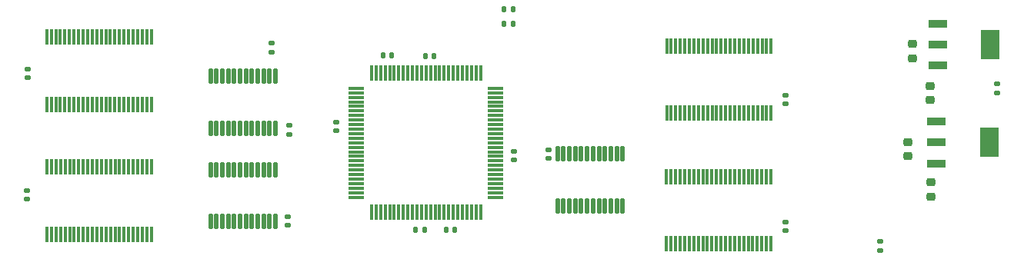
<source format=gbr>
%TF.GenerationSoftware,KiCad,Pcbnew,8.0.1*%
%TF.CreationDate,2024-05-25T23:06:58+03:00*%
%TF.ProjectId,PiStorm2k_v2.1,50695374-6f72-46d3-926b-5f76322e312e,rev?*%
%TF.SameCoordinates,Original*%
%TF.FileFunction,Paste,Top*%
%TF.FilePolarity,Positive*%
%FSLAX46Y46*%
G04 Gerber Fmt 4.6, Leading zero omitted, Abs format (unit mm)*
G04 Created by KiCad (PCBNEW 8.0.1) date 2024-05-25 23:06:58*
%MOMM*%
%LPD*%
G01*
G04 APERTURE LIST*
G04 Aperture macros list*
%AMRoundRect*
0 Rectangle with rounded corners*
0 $1 Rounding radius*
0 $2 $3 $4 $5 $6 $7 $8 $9 X,Y pos of 4 corners*
0 Add a 4 corners polygon primitive as box body*
4,1,4,$2,$3,$4,$5,$6,$7,$8,$9,$2,$3,0*
0 Add four circle primitives for the rounded corners*
1,1,$1+$1,$2,$3*
1,1,$1+$1,$4,$5*
1,1,$1+$1,$6,$7*
1,1,$1+$1,$8,$9*
0 Add four rect primitives between the rounded corners*
20,1,$1+$1,$2,$3,$4,$5,0*
20,1,$1+$1,$4,$5,$6,$7,0*
20,1,$1+$1,$6,$7,$8,$9,0*
20,1,$1+$1,$8,$9,$2,$3,0*%
G04 Aperture macros list end*
%ADD10RoundRect,0.135000X-0.135000X-0.185000X0.135000X-0.185000X0.135000X0.185000X-0.135000X0.185000X0*%
%ADD11RoundRect,0.140000X0.170000X-0.140000X0.170000X0.140000X-0.170000X0.140000X-0.170000X-0.140000X0*%
%ADD12RoundRect,0.140000X-0.140000X-0.170000X0.140000X-0.170000X0.140000X0.170000X-0.140000X0.170000X0*%
%ADD13RoundRect,0.140000X-0.170000X0.140000X-0.170000X-0.140000X0.170000X-0.140000X0.170000X0.140000X0*%
%ADD14RoundRect,0.011200X0.128800X-0.773800X0.128800X0.773800X-0.128800X0.773800X-0.128800X-0.773800X0*%
%ADD15RoundRect,0.140000X0.140000X0.170000X-0.140000X0.170000X-0.140000X-0.170000X0.140000X-0.170000X0*%
%ADD16RoundRect,0.020500X0.184500X-0.764500X0.184500X0.764500X-0.184500X0.764500X-0.184500X-0.764500X0*%
%ADD17R,2.150000X0.950000*%
%ADD18R,2.150000X3.250000*%
%ADD19RoundRect,0.011200X0.768800X0.128800X-0.768800X0.128800X-0.768800X-0.128800X0.768800X-0.128800X0*%
%ADD20RoundRect,0.011200X-0.128800X0.768800X-0.128800X-0.768800X0.128800X-0.768800X0.128800X0.768800X0*%
%ADD21RoundRect,0.135000X-0.185000X0.135000X-0.185000X-0.135000X0.185000X-0.135000X0.185000X0.135000X0*%
%ADD22RoundRect,0.135000X0.185000X-0.135000X0.185000X0.135000X-0.185000X0.135000X-0.185000X-0.135000X0*%
%ADD23RoundRect,0.225000X0.250000X-0.225000X0.250000X0.225000X-0.250000X0.225000X-0.250000X-0.225000X0*%
%ADD24RoundRect,0.225000X-0.250000X0.225000X-0.250000X-0.225000X0.250000X-0.225000X0.250000X0.225000X0*%
%ADD25RoundRect,0.020500X-0.184500X0.764500X-0.184500X-0.764500X0.184500X-0.764500X0.184500X0.764500X0*%
G04 APERTURE END LIST*
D10*
%TO.C,R1*%
X135616300Y-99797540D03*
X136636300Y-99797540D03*
%TD*%
D11*
%TO.C,C13*%
X140568290Y-116242040D03*
X140568290Y-115282040D03*
%TD*%
D12*
%TO.C,C8*%
X129310000Y-124130000D03*
X130270000Y-124130000D03*
%TD*%
%TO.C,C10*%
X127008290Y-104922040D03*
X127968290Y-104922040D03*
%TD*%
D11*
%TO.C,C9*%
X136778290Y-116392040D03*
X136778290Y-115432040D03*
%TD*%
%TO.C,C4*%
X111820520Y-123616610D03*
X111820520Y-122656610D03*
%TD*%
D13*
%TO.C,C15*%
X166658290Y-109282040D03*
X166658290Y-110242040D03*
%TD*%
D14*
%TO.C,U5*%
X153558290Y-111262040D03*
X154058290Y-111262040D03*
X154558290Y-111262040D03*
X155058290Y-111262040D03*
X155558290Y-111262040D03*
X156058290Y-111262040D03*
X156558290Y-111262040D03*
X157058290Y-111262040D03*
X157558290Y-111262040D03*
X158058290Y-111262040D03*
X158558290Y-111262040D03*
X159058290Y-111262040D03*
X159558290Y-111262040D03*
X160058290Y-111262040D03*
X160558290Y-111262040D03*
X161058290Y-111262040D03*
X161558290Y-111262040D03*
X162058290Y-111262040D03*
X162558290Y-111262040D03*
X163058290Y-111262040D03*
X163558290Y-111262040D03*
X164058290Y-111262040D03*
X164558290Y-111262040D03*
X165058290Y-111262040D03*
X165058290Y-103822040D03*
X164558290Y-103822040D03*
X164058290Y-103822040D03*
X163558290Y-103822040D03*
X163058290Y-103822040D03*
X162558290Y-103822040D03*
X162058290Y-103822040D03*
X161558290Y-103822040D03*
X161058290Y-103822040D03*
X160558290Y-103822040D03*
X160058290Y-103822040D03*
X159558290Y-103822040D03*
X159058290Y-103822040D03*
X158558290Y-103822040D03*
X158058290Y-103822040D03*
X157558290Y-103822040D03*
X157058290Y-103822040D03*
X156558290Y-103822040D03*
X156058290Y-103822040D03*
X155558290Y-103822040D03*
X155058290Y-103822040D03*
X154558290Y-103822040D03*
X154058290Y-103822040D03*
X153558290Y-103822040D03*
%TD*%
D15*
%TO.C,C11*%
X123328290Y-104892040D03*
X122368290Y-104892040D03*
%TD*%
D13*
%TO.C,C3*%
X112064660Y-112595010D03*
X112064660Y-113555010D03*
%TD*%
D11*
%TO.C,C2*%
X83188290Y-120722040D03*
X83188290Y-119762040D03*
%TD*%
D13*
%TO.C,C14*%
X166598290Y-123222040D03*
X166598290Y-124182040D03*
%TD*%
D16*
%TO.C,U6*%
X141558290Y-121472040D03*
X142208290Y-121472040D03*
X142858290Y-121472040D03*
X143508290Y-121472040D03*
X144158290Y-121472040D03*
X144808290Y-121472040D03*
X145458290Y-121472040D03*
X146108290Y-121472040D03*
X146758290Y-121472040D03*
X147408290Y-121472040D03*
X148058290Y-121472040D03*
X148708290Y-121472040D03*
X148708290Y-115732040D03*
X148058290Y-115732040D03*
X147408290Y-115732040D03*
X146758290Y-115732040D03*
X146108290Y-115732040D03*
X145458290Y-115732040D03*
X144808290Y-115732040D03*
X144158290Y-115732040D03*
X143508290Y-115732040D03*
X142858290Y-115732040D03*
X142208290Y-115732040D03*
X141558290Y-115732040D03*
%TD*%
D17*
%TO.C,U11*%
X183378290Y-101372040D03*
X183378290Y-103672040D03*
X183378290Y-105972040D03*
D18*
X189178290Y-103672040D03*
%TD*%
D10*
%TO.C,R2*%
X135626300Y-101387540D03*
X136646300Y-101387540D03*
%TD*%
D19*
%TO.C,U7*%
X134758290Y-120502040D03*
X134758290Y-120002040D03*
X134758290Y-119502040D03*
X134758290Y-119002040D03*
X134758290Y-118502040D03*
X134758290Y-118002040D03*
X134758290Y-117502040D03*
X134758290Y-117002040D03*
X134758290Y-116502040D03*
X134758290Y-116002040D03*
X134758290Y-115502040D03*
X134758290Y-115002040D03*
X134758290Y-114502040D03*
X134758290Y-114002040D03*
X134758290Y-113502040D03*
X134758290Y-113002040D03*
X134758290Y-112502040D03*
X134758290Y-112002040D03*
X134758290Y-111502040D03*
X134758290Y-111002040D03*
X134758290Y-110502040D03*
X134758290Y-110002040D03*
X134758290Y-109502040D03*
X134758290Y-109002040D03*
X134758290Y-108502040D03*
D20*
X133078290Y-106822040D03*
X132578290Y-106822040D03*
X132078290Y-106822040D03*
X131578290Y-106822040D03*
X131078290Y-106822040D03*
X130578290Y-106822040D03*
X130078290Y-106822040D03*
X129578290Y-106822040D03*
X129078290Y-106822040D03*
X128578290Y-106822040D03*
X128078290Y-106822040D03*
X127578290Y-106822040D03*
X127078290Y-106822040D03*
X126578290Y-106822040D03*
X126078290Y-106822040D03*
X125578290Y-106822040D03*
X125078290Y-106822040D03*
X124578290Y-106822040D03*
X124078290Y-106822040D03*
X123578290Y-106822040D03*
X123078290Y-106822040D03*
X122578290Y-106822040D03*
X122078290Y-106822040D03*
X121578290Y-106822040D03*
X121078290Y-106822040D03*
D19*
X119398290Y-108502040D03*
X119398290Y-109002040D03*
X119398290Y-109502040D03*
X119398290Y-110002040D03*
X119398290Y-110502040D03*
X119398290Y-111002040D03*
X119398290Y-111502040D03*
X119398290Y-112002040D03*
X119398290Y-112502040D03*
X119398290Y-113002040D03*
X119398290Y-113502040D03*
X119398290Y-114002040D03*
X119398290Y-114502040D03*
X119398290Y-115002040D03*
X119398290Y-115502040D03*
X119398290Y-116002040D03*
X119398290Y-116502040D03*
X119398290Y-117002040D03*
X119398290Y-117502040D03*
X119398290Y-118002040D03*
X119398290Y-118502040D03*
X119398290Y-119002040D03*
X119398290Y-119502040D03*
X119398290Y-120002040D03*
X119398290Y-120502040D03*
D20*
X121078290Y-122182040D03*
X121578290Y-122182040D03*
X122078290Y-122182040D03*
X122578290Y-122182040D03*
X123078290Y-122182040D03*
X123578290Y-122182040D03*
X124078290Y-122182040D03*
X124578290Y-122182040D03*
X125078290Y-122182040D03*
X125578290Y-122182040D03*
X126078290Y-122182040D03*
X126578290Y-122182040D03*
X127078290Y-122182040D03*
X127578290Y-122182040D03*
X128078290Y-122182040D03*
X128578290Y-122182040D03*
X129078290Y-122182040D03*
X129578290Y-122182040D03*
X130078290Y-122182040D03*
X130578290Y-122182040D03*
X131078290Y-122182040D03*
X131578290Y-122182040D03*
X132078290Y-122182040D03*
X132578290Y-122182040D03*
X133078290Y-122182040D03*
%TD*%
D21*
%TO.C,R4*%
X177070000Y-125340000D03*
X177070000Y-126360000D03*
%TD*%
D11*
%TO.C,C1*%
X83248290Y-107332040D03*
X83248290Y-106372040D03*
%TD*%
D14*
%TO.C,U1*%
X85338290Y-110322040D03*
X85838290Y-110322040D03*
X86338290Y-110322040D03*
X86838290Y-110322040D03*
X87338290Y-110322040D03*
X87838290Y-110322040D03*
X88338290Y-110322040D03*
X88838290Y-110322040D03*
X89338290Y-110322040D03*
X89838290Y-110322040D03*
X90338290Y-110322040D03*
X90838290Y-110322040D03*
X91338290Y-110322040D03*
X91838290Y-110322040D03*
X92338290Y-110322040D03*
X92838290Y-110322040D03*
X93338290Y-110322040D03*
X93838290Y-110322040D03*
X94338290Y-110322040D03*
X94838290Y-110322040D03*
X95338290Y-110322040D03*
X95838290Y-110322040D03*
X96338290Y-110322040D03*
X96838290Y-110322040D03*
X96838290Y-102882040D03*
X96338290Y-102882040D03*
X95838290Y-102882040D03*
X95338290Y-102882040D03*
X94838290Y-102882040D03*
X94338290Y-102882040D03*
X93838290Y-102882040D03*
X93338290Y-102882040D03*
X92838290Y-102882040D03*
X92338290Y-102882040D03*
X91838290Y-102882040D03*
X91338290Y-102882040D03*
X90838290Y-102882040D03*
X90338290Y-102882040D03*
X89838290Y-102882040D03*
X89338290Y-102882040D03*
X88838290Y-102882040D03*
X88338290Y-102882040D03*
X87838290Y-102882040D03*
X87338290Y-102882040D03*
X86838290Y-102882040D03*
X86338290Y-102882040D03*
X85838290Y-102882040D03*
X85338290Y-102882040D03*
%TD*%
D22*
%TO.C,R5*%
X189908290Y-109062040D03*
X189908290Y-108042040D03*
%TD*%
D23*
%TO.C,C19*%
X180608290Y-105177040D03*
X180608290Y-103627040D03*
%TD*%
D22*
%TO.C,R3*%
X110038290Y-104542040D03*
X110038290Y-103522040D03*
%TD*%
D17*
%TO.C,U10*%
X183263290Y-112182040D03*
X183263290Y-114482040D03*
X183263290Y-116782040D03*
D18*
X189063290Y-114482040D03*
%TD*%
D14*
%TO.C,U8*%
X153538290Y-125652040D03*
X154038290Y-125652040D03*
X154538290Y-125652040D03*
X155038290Y-125652040D03*
X155538290Y-125652040D03*
X156038290Y-125652040D03*
X156538290Y-125652040D03*
X157038290Y-125652040D03*
X157538290Y-125652040D03*
X158038290Y-125652040D03*
X158538290Y-125652040D03*
X159038290Y-125652040D03*
X159538290Y-125652040D03*
X160038290Y-125652040D03*
X160538290Y-125652040D03*
X161038290Y-125652040D03*
X161538290Y-125652040D03*
X162038290Y-125652040D03*
X162538290Y-125652040D03*
X163038290Y-125652040D03*
X163538290Y-125652040D03*
X164038290Y-125652040D03*
X164538290Y-125652040D03*
X165038290Y-125652040D03*
X165038290Y-118212040D03*
X164538290Y-118212040D03*
X164038290Y-118212040D03*
X163538290Y-118212040D03*
X163038290Y-118212040D03*
X162538290Y-118212040D03*
X162038290Y-118212040D03*
X161538290Y-118212040D03*
X161038290Y-118212040D03*
X160538290Y-118212040D03*
X160038290Y-118212040D03*
X159538290Y-118212040D03*
X159038290Y-118212040D03*
X158538290Y-118212040D03*
X158038290Y-118212040D03*
X157538290Y-118212040D03*
X157038290Y-118212040D03*
X156538290Y-118212040D03*
X156038290Y-118212040D03*
X155538290Y-118212040D03*
X155038290Y-118212040D03*
X154538290Y-118212040D03*
X154038290Y-118212040D03*
X153538290Y-118212040D03*
%TD*%
D23*
%TO.C,C18*%
X182568290Y-109797040D03*
X182568290Y-108247040D03*
%TD*%
D24*
%TO.C,C16*%
X182648290Y-118867040D03*
X182648290Y-120417040D03*
%TD*%
D14*
%TO.C,U2*%
X85358290Y-124592040D03*
X85858290Y-124592040D03*
X86358290Y-124592040D03*
X86858290Y-124592040D03*
X87358290Y-124592040D03*
X87858290Y-124592040D03*
X88358290Y-124592040D03*
X88858290Y-124592040D03*
X89358290Y-124592040D03*
X89858290Y-124592040D03*
X90358290Y-124592040D03*
X90858290Y-124592040D03*
X91358290Y-124592040D03*
X91858290Y-124592040D03*
X92358290Y-124592040D03*
X92858290Y-124592040D03*
X93358290Y-124592040D03*
X93858290Y-124592040D03*
X94358290Y-124592040D03*
X94858290Y-124592040D03*
X95358290Y-124592040D03*
X95858290Y-124592040D03*
X96358290Y-124592040D03*
X96858290Y-124592040D03*
X96858290Y-117152040D03*
X96358290Y-117152040D03*
X95858290Y-117152040D03*
X95358290Y-117152040D03*
X94858290Y-117152040D03*
X94358290Y-117152040D03*
X93858290Y-117152040D03*
X93358290Y-117152040D03*
X92858290Y-117152040D03*
X92358290Y-117152040D03*
X91858290Y-117152040D03*
X91358290Y-117152040D03*
X90858290Y-117152040D03*
X90358290Y-117152040D03*
X89858290Y-117152040D03*
X89358290Y-117152040D03*
X88858290Y-117152040D03*
X88358290Y-117152040D03*
X87858290Y-117152040D03*
X87358290Y-117152040D03*
X86858290Y-117152040D03*
X86358290Y-117152040D03*
X85858290Y-117152040D03*
X85358290Y-117152040D03*
%TD*%
D25*
%TO.C,U4*%
X110508290Y-117452040D03*
X109858290Y-117452040D03*
X109208290Y-117452040D03*
X108558290Y-117452040D03*
X107908290Y-117452040D03*
X107258290Y-117452040D03*
X106608290Y-117452040D03*
X105958290Y-117452040D03*
X105308290Y-117452040D03*
X104658290Y-117452040D03*
X104008290Y-117452040D03*
X103358290Y-117452040D03*
X103358290Y-123192040D03*
X104008290Y-123192040D03*
X104658290Y-123192040D03*
X105308290Y-123192040D03*
X105958290Y-123192040D03*
X106608290Y-123192040D03*
X107258290Y-123192040D03*
X107908290Y-123192040D03*
X108558290Y-123192040D03*
X109208290Y-123192040D03*
X109858290Y-123192040D03*
X110508290Y-123192040D03*
%TD*%
D13*
%TO.C,C12*%
X117218290Y-112212040D03*
X117218290Y-113172040D03*
%TD*%
D15*
%TO.C,C7*%
X126888290Y-124132040D03*
X125928290Y-124132040D03*
%TD*%
D23*
%TO.C,C17*%
X180058290Y-115997040D03*
X180058290Y-114447040D03*
%TD*%
D25*
%TO.C,U3*%
X110518290Y-107192040D03*
X109868290Y-107192040D03*
X109218290Y-107192040D03*
X108568290Y-107192040D03*
X107918290Y-107192040D03*
X107268290Y-107192040D03*
X106618290Y-107192040D03*
X105968290Y-107192040D03*
X105318290Y-107192040D03*
X104668290Y-107192040D03*
X104018290Y-107192040D03*
X103368290Y-107192040D03*
X103368290Y-112932040D03*
X104018290Y-112932040D03*
X104668290Y-112932040D03*
X105318290Y-112932040D03*
X105968290Y-112932040D03*
X106618290Y-112932040D03*
X107268290Y-112932040D03*
X107918290Y-112932040D03*
X108568290Y-112932040D03*
X109218290Y-112932040D03*
X109868290Y-112932040D03*
X110518290Y-112932040D03*
%TD*%
M02*

</source>
